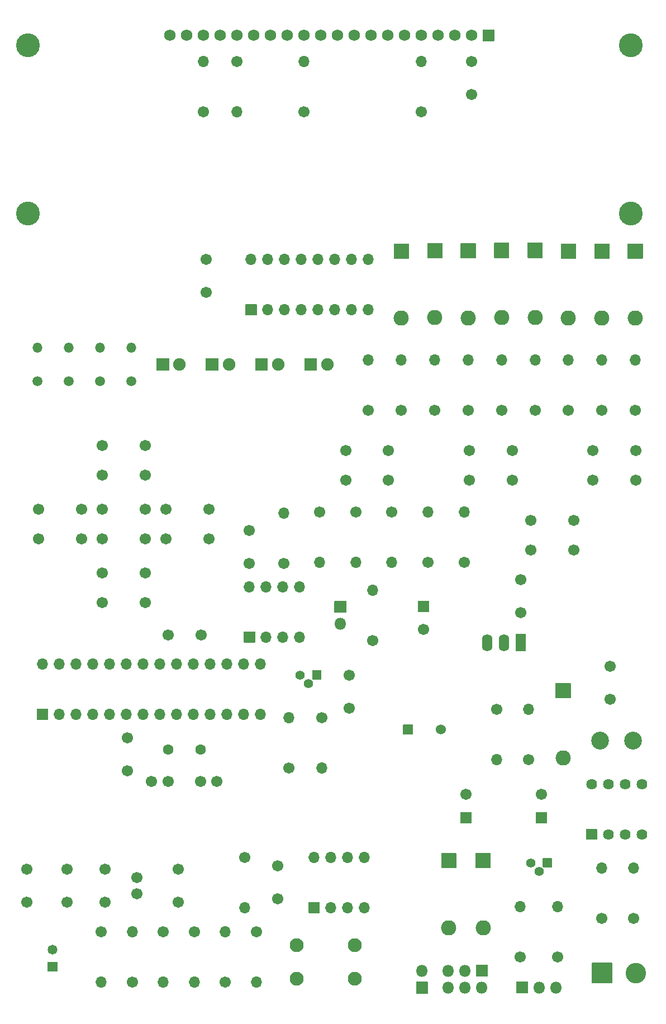
<source format=gbr>
%TF.GenerationSoftware,KiCad,Pcbnew,(5.1.9)-1*%
%TF.CreationDate,2021-03-12T00:20:13-08:00*%
%TF.ProjectId,ShotTimer,53686f74-5469-46d6-9572-2e6b69636164,rev?*%
%TF.SameCoordinates,Original*%
%TF.FileFunction,Soldermask,Bot*%
%TF.FilePolarity,Negative*%
%FSLAX46Y46*%
G04 Gerber Fmt 4.6, Leading zero omitted, Abs format (unit mm)*
G04 Created by KiCad (PCBNEW (5.1.9)-1) date 2021-03-12 00:20:13*
%MOMM*%
%LPD*%
G01*
G04 APERTURE LIST*
%ADD10O,1.701600X1.701600*%
%ADD11C,1.701600*%
%ADD12C,2.701600*%
%ADD13C,1.401600*%
%ADD14O,2.301600X2.301600*%
%ADD15O,1.601600X2.601600*%
%ADD16C,1.524000*%
%ADD17C,2.101600*%
%ADD18C,3.101600*%
%ADD19O,1.801600X1.801600*%
%ADD20C,1.901600*%
%ADD21C,1.479600*%
%ADD22O,1.501600X1.501600*%
%ADD23C,1.501600*%
%ADD24C,1.625600*%
%ADD25C,1.601600*%
%ADD26C,1.751600*%
%ADD27C,3.601600*%
G04 APERTURE END LIST*
%TO.C,U5*%
G36*
G01*
X42095320Y-136885580D02*
X40495320Y-136885580D01*
G75*
G02*
X40444520Y-136834780I0J50800D01*
G01*
X40444520Y-135234780D01*
G75*
G02*
X40495320Y-135183980I50800J0D01*
G01*
X42095320Y-135183980D01*
G75*
G02*
X42146120Y-135234780I0J-50800D01*
G01*
X42146120Y-136834780D01*
G75*
G02*
X42095320Y-136885580I-50800J0D01*
G01*
G37*
D10*
X74315320Y-128414780D03*
X43835320Y-136034780D03*
X71775320Y-128414780D03*
X46375320Y-136034780D03*
X69235320Y-128414780D03*
X48915320Y-136034780D03*
X66695320Y-128414780D03*
X51455320Y-136034780D03*
X64155320Y-128414780D03*
X53995320Y-136034780D03*
X61615320Y-128414780D03*
X56535320Y-136034780D03*
X59075320Y-128414780D03*
X59075320Y-136034780D03*
X56535320Y-128414780D03*
X61615320Y-136034780D03*
X53995320Y-128414780D03*
X64155320Y-136034780D03*
X51455320Y-128414780D03*
X66695320Y-136034780D03*
X48915320Y-128414780D03*
X69235320Y-136034780D03*
X46375320Y-128414780D03*
X71775320Y-136034780D03*
X43835320Y-128414780D03*
X74315320Y-136034780D03*
X41295320Y-128414780D03*
%TD*%
D11*
%TO.C,R15*%
X126029720Y-166883080D03*
D10*
X126029720Y-159263080D03*
%TD*%
%TO.C,R6*%
X130855720Y-159263080D03*
D11*
X130855720Y-166883080D03*
%TD*%
%TO.C,C2*%
X65361820Y-123969780D03*
X60361820Y-123969780D03*
%TD*%
%TO.C,C1*%
X127274320Y-133710680D03*
X127274320Y-128710680D03*
%TD*%
D12*
%TO.C,L1*%
X130815720Y-139959080D03*
X125815720Y-139959080D03*
%TD*%
%TO.C,Q2*%
G36*
G01*
X118485252Y-157851080D02*
X118485252Y-159151080D01*
G75*
G02*
X118434452Y-159201880I-50800J0D01*
G01*
X117134452Y-159201880D01*
G75*
G02*
X117083652Y-159151080I0J50800D01*
G01*
X117083652Y-157851080D01*
G75*
G02*
X117134452Y-157800280I50800J0D01*
G01*
X118434452Y-157800280D01*
G75*
G02*
X118485252Y-157851080I0J-50800D01*
G01*
G37*
D13*
X115244452Y-158501080D03*
X116514452Y-159771080D03*
%TD*%
D11*
%TO.C,C7*%
X116885720Y-148143080D03*
G36*
G01*
X117685720Y-152493880D02*
X116085720Y-152493880D01*
G75*
G02*
X116034920Y-152443080I0J50800D01*
G01*
X116034920Y-150843080D01*
G75*
G02*
X116085720Y-150792280I50800J0D01*
G01*
X117685720Y-150792280D01*
G75*
G02*
X117736520Y-150843080I0J-50800D01*
G01*
X117736520Y-152443080D01*
G75*
G02*
X117685720Y-152493880I-50800J0D01*
G01*
G37*
%TD*%
D14*
%TO.C,D11*%
X108058386Y-168343580D03*
G36*
G01*
X106958386Y-157032780D02*
X109158386Y-157032780D01*
G75*
G02*
X109209186Y-157083580I0J-50800D01*
G01*
X109209186Y-159283580D01*
G75*
G02*
X109158386Y-159334380I-50800J0D01*
G01*
X106958386Y-159334380D01*
G75*
G02*
X106907586Y-159283580I0J50800D01*
G01*
X106907586Y-157083580D01*
G75*
G02*
X106958386Y-157032780I50800J0D01*
G01*
G37*
%TD*%
D11*
%TO.C,R3*%
X99707800Y-112984280D03*
D10*
X99707800Y-105364280D03*
%TD*%
D11*
%TO.C,R2*%
X94239280Y-105364280D03*
D10*
X94239280Y-112984280D03*
%TD*%
%TO.C,U2*%
G36*
G01*
X114562320Y-123888180D02*
X114562320Y-126388180D01*
G75*
G02*
X114511520Y-126438980I-50800J0D01*
G01*
X113011520Y-126438980D01*
G75*
G02*
X112960720Y-126388180I0J50800D01*
G01*
X112960720Y-123888180D01*
G75*
G02*
X113011520Y-123837380I50800J0D01*
G01*
X114511520Y-123837380D01*
G75*
G02*
X114562320Y-123888180I0J-50800D01*
G01*
G37*
D15*
X111221520Y-125138180D03*
X108681520Y-125138180D03*
%TD*%
%TO.C,BZ1*%
G36*
G01*
X95930720Y-139019280D02*
X95930720Y-137596880D01*
G75*
G02*
X95981520Y-137546080I50800J0D01*
G01*
X97403920Y-137546080D01*
G75*
G02*
X97454720Y-137596880I0J-50800D01*
G01*
X97454720Y-139019280D01*
G75*
G02*
X97403920Y-139070080I-50800J0D01*
G01*
X95981520Y-139070080D01*
G75*
G02*
X95930720Y-139019280I0J50800D01*
G01*
G37*
D16*
X101692720Y-138308080D03*
%TD*%
D11*
%TO.C,C3*%
X66111120Y-72124580D03*
X66111120Y-67124580D03*
%TD*%
%TO.C,C4*%
X113774220Y-115591580D03*
X113774220Y-120591580D03*
%TD*%
%TO.C,C5*%
G36*
G01*
X106255720Y-152493880D02*
X104655720Y-152493880D01*
G75*
G02*
X104604920Y-152443080I0J50800D01*
G01*
X104604920Y-150843080D01*
G75*
G02*
X104655720Y-150792280I50800J0D01*
G01*
X106255720Y-150792280D01*
G75*
G02*
X106306520Y-150843080I0J-50800D01*
G01*
X106306520Y-152443080D01*
G75*
G02*
X106255720Y-152493880I-50800J0D01*
G01*
G37*
X105455720Y-148143080D03*
%TD*%
%TO.C,C6*%
G36*
G01*
X98229520Y-118813680D02*
X99829520Y-118813680D01*
G75*
G02*
X99880320Y-118864480I0J-50800D01*
G01*
X99880320Y-120464480D01*
G75*
G02*
X99829520Y-120515280I-50800J0D01*
G01*
X98229520Y-120515280D01*
G75*
G02*
X98178720Y-120464480I0J50800D01*
G01*
X98178720Y-118864480D01*
G75*
G02*
X98229520Y-118813680I50800J0D01*
G01*
G37*
X99029520Y-123164480D03*
%TD*%
%TO.C,C9*%
X87802720Y-130053080D03*
X87802720Y-135053080D03*
%TD*%
%TO.C,C13*%
X54173120Y-139603480D03*
X54173120Y-144603480D03*
%TD*%
%TO.C,C14*%
X76938270Y-158985580D03*
X76938270Y-163985580D03*
%TD*%
%TO.C,C15*%
X57828180Y-146197320D03*
X60328180Y-146197320D03*
%TD*%
%TO.C,C16*%
X65211320Y-146197320D03*
X67711320Y-146197320D03*
%TD*%
%TO.C,C17*%
X72638920Y-108120180D03*
X72638920Y-113120180D03*
%TD*%
%TO.C,C21*%
X106344720Y-42089080D03*
X106344720Y-37089080D03*
%TD*%
%TO.C,C22*%
X38907720Y-159470080D03*
X38907720Y-164470080D03*
%TD*%
%TO.C,C23*%
X50772052Y-159470080D03*
X50772052Y-164470080D03*
%TD*%
%TO.C,C24*%
X45014886Y-159470080D03*
X45014886Y-164470080D03*
%TD*%
%TO.C,C25*%
X55629220Y-160720080D03*
X55629220Y-163220080D03*
%TD*%
%TO.C,C26*%
X61894720Y-159470080D03*
X61894720Y-164470080D03*
%TD*%
D14*
%TO.C,D1*%
X105800434Y-75976480D03*
G36*
G01*
X104700434Y-64665680D02*
X106900434Y-64665680D01*
G75*
G02*
X106951234Y-64716480I0J-50800D01*
G01*
X106951234Y-66916480D01*
G75*
G02*
X106900434Y-66967280I-50800J0D01*
G01*
X104700434Y-66967280D01*
G75*
G02*
X104649634Y-66916480I0J50800D01*
G01*
X104649634Y-64716480D01*
G75*
G02*
X104700434Y-64665680I50800J0D01*
G01*
G37*
%TD*%
%TO.C,D2*%
G36*
G01*
X94576720Y-64716480D02*
X96776720Y-64716480D01*
G75*
G02*
X96827520Y-64767280I0J-50800D01*
G01*
X96827520Y-66967280D01*
G75*
G02*
X96776720Y-67018080I-50800J0D01*
G01*
X94576720Y-67018080D01*
G75*
G02*
X94525920Y-66967280I0J50800D01*
G01*
X94525920Y-64767280D01*
G75*
G02*
X94576720Y-64716480I50800J0D01*
G01*
G37*
X95676720Y-76027280D03*
%TD*%
%TO.C,D3*%
X110862291Y-75900280D03*
G36*
G01*
X109762291Y-64589480D02*
X111962291Y-64589480D01*
G75*
G02*
X112013091Y-64640280I0J-50800D01*
G01*
X112013091Y-66840280D01*
G75*
G02*
X111962291Y-66891080I-50800J0D01*
G01*
X109762291Y-66891080D01*
G75*
G02*
X109711491Y-66840280I0J50800D01*
G01*
X109711491Y-64640280D01*
G75*
G02*
X109762291Y-64589480I50800J0D01*
G01*
G37*
%TD*%
%TO.C,D4*%
X115924148Y-75900280D03*
G36*
G01*
X114824148Y-64589480D02*
X117024148Y-64589480D01*
G75*
G02*
X117074948Y-64640280I0J-50800D01*
G01*
X117074948Y-66840280D01*
G75*
G02*
X117024148Y-66891080I-50800J0D01*
G01*
X114824148Y-66891080D01*
G75*
G02*
X114773348Y-66840280I0J50800D01*
G01*
X114773348Y-64640280D01*
G75*
G02*
X114824148Y-64589480I50800J0D01*
G01*
G37*
%TD*%
%TO.C,D5*%
G36*
G01*
X99638577Y-64614880D02*
X101838577Y-64614880D01*
G75*
G02*
X101889377Y-64665680I0J-50800D01*
G01*
X101889377Y-66865680D01*
G75*
G02*
X101838577Y-66916480I-50800J0D01*
G01*
X99638577Y-66916480D01*
G75*
G02*
X99587777Y-66865680I0J50800D01*
G01*
X99587777Y-64665680D01*
G75*
G02*
X99638577Y-64614880I50800J0D01*
G01*
G37*
X100738577Y-75925680D03*
%TD*%
%TO.C,D6*%
G36*
G01*
X119886005Y-64716480D02*
X122086005Y-64716480D01*
G75*
G02*
X122136805Y-64767280I0J-50800D01*
G01*
X122136805Y-66967280D01*
G75*
G02*
X122086005Y-67018080I-50800J0D01*
G01*
X119886005Y-67018080D01*
G75*
G02*
X119835205Y-66967280I0J50800D01*
G01*
X119835205Y-64767280D01*
G75*
G02*
X119886005Y-64716480I50800J0D01*
G01*
G37*
X120986005Y-76027280D03*
%TD*%
%TO.C,D7*%
X126047862Y-76027280D03*
G36*
G01*
X124947862Y-64716480D02*
X127147862Y-64716480D01*
G75*
G02*
X127198662Y-64767280I0J-50800D01*
G01*
X127198662Y-66967280D01*
G75*
G02*
X127147862Y-67018080I-50800J0D01*
G01*
X124947862Y-67018080D01*
G75*
G02*
X124897062Y-66967280I0J50800D01*
G01*
X124897062Y-64767280D01*
G75*
G02*
X124947862Y-64716480I50800J0D01*
G01*
G37*
%TD*%
%TO.C,D8*%
G36*
G01*
X130009720Y-64716480D02*
X132209720Y-64716480D01*
G75*
G02*
X132260520Y-64767280I0J-50800D01*
G01*
X132260520Y-66967280D01*
G75*
G02*
X132209720Y-67018080I-50800J0D01*
G01*
X130009720Y-67018080D01*
G75*
G02*
X129958920Y-66967280I0J50800D01*
G01*
X129958920Y-64767280D01*
G75*
G02*
X130009720Y-64716480I50800J0D01*
G01*
G37*
X131109720Y-76027280D03*
%TD*%
%TO.C,D9*%
G36*
G01*
X119087720Y-131269280D02*
X121287720Y-131269280D01*
G75*
G02*
X121338520Y-131320080I0J-50800D01*
G01*
X121338520Y-133520080D01*
G75*
G02*
X121287720Y-133570880I-50800J0D01*
G01*
X119087720Y-133570880D01*
G75*
G02*
X119036920Y-133520080I0J50800D01*
G01*
X119036920Y-131320080D01*
G75*
G02*
X119087720Y-131269280I50800J0D01*
G01*
G37*
X120187720Y-142580080D03*
%TD*%
%TO.C,D10*%
G36*
G01*
X101752220Y-157032780D02*
X103952220Y-157032780D01*
G75*
G02*
X104003020Y-157083580I0J-50800D01*
G01*
X104003020Y-159283580D01*
G75*
G02*
X103952220Y-159334380I-50800J0D01*
G01*
X101752220Y-159334380D01*
G75*
G02*
X101701420Y-159283580I0J50800D01*
G01*
X101701420Y-157083580D01*
G75*
G02*
X101752220Y-157032780I50800J0D01*
G01*
G37*
X102852220Y-168343580D03*
%TD*%
D17*
%TO.C,FB1*%
X88619100Y-170957240D03*
X88619100Y-176037240D03*
%TD*%
%TO.C,FB2*%
X79822040Y-176022000D03*
X79822040Y-170942000D03*
%TD*%
%TO.C,J1*%
G36*
G01*
X124529720Y-176698680D02*
X124529720Y-173698680D01*
G75*
G02*
X124580520Y-173647880I50800J0D01*
G01*
X127580520Y-173647880D01*
G75*
G02*
X127631320Y-173698680I0J-50800D01*
G01*
X127631320Y-176698680D01*
G75*
G02*
X127580520Y-176749480I-50800J0D01*
G01*
X124580520Y-176749480D01*
G75*
G02*
X124529720Y-176698680I0J50800D01*
G01*
G37*
D18*
X131160520Y-175198680D03*
%TD*%
%TO.C,J2*%
G36*
G01*
X107008386Y-173947880D02*
X108708386Y-173947880D01*
G75*
G02*
X108759186Y-173998680I0J-50800D01*
G01*
X108759186Y-175698680D01*
G75*
G02*
X108708386Y-175749480I-50800J0D01*
G01*
X107008386Y-175749480D01*
G75*
G02*
X106957586Y-175698680I0J50800D01*
G01*
X106957586Y-173998680D01*
G75*
G02*
X107008386Y-173947880I50800J0D01*
G01*
G37*
D19*
X107858386Y-177388680D03*
X105318386Y-174848680D03*
X105318386Y-177388680D03*
X102778386Y-174848680D03*
X102778386Y-177388680D03*
%TD*%
%TO.C,J3*%
X98800920Y-174884080D03*
G36*
G01*
X99701720Y-176574080D02*
X99701720Y-178274080D01*
G75*
G02*
X99650920Y-178324880I-50800J0D01*
G01*
X97950920Y-178324880D01*
G75*
G02*
X97900120Y-178274080I0J50800D01*
G01*
X97900120Y-176574080D01*
G75*
G02*
X97950920Y-176523280I50800J0D01*
G01*
X99650920Y-176523280D01*
G75*
G02*
X99701720Y-176574080I0J-50800D01*
G01*
G37*
%TD*%
%TO.C,JP1*%
G36*
G01*
X85517620Y-120578680D02*
X85517620Y-118878680D01*
G75*
G02*
X85568420Y-118827880I50800J0D01*
G01*
X87268420Y-118827880D01*
G75*
G02*
X87319220Y-118878680I0J-50800D01*
G01*
X87319220Y-120578680D01*
G75*
G02*
X87268420Y-120629480I-50800J0D01*
G01*
X85568420Y-120629480D01*
G75*
G02*
X85517620Y-120578680I0J50800D01*
G01*
G37*
X86418420Y-122268680D03*
%TD*%
%TO.C,JP2*%
G36*
G01*
X114839452Y-178299480D02*
X113139452Y-178299480D01*
G75*
G02*
X113088652Y-178248680I0J50800D01*
G01*
X113088652Y-176548680D01*
G75*
G02*
X113139452Y-176497880I50800J0D01*
G01*
X114839452Y-176497880D01*
G75*
G02*
X114890252Y-176548680I0J-50800D01*
G01*
X114890252Y-178248680D01*
G75*
G02*
X114839452Y-178299480I-50800J0D01*
G01*
G37*
X116529452Y-177398680D03*
X119069452Y-177398680D03*
%TD*%
D20*
%TO.C,LED1*%
X62067432Y-83024980D03*
G36*
G01*
X58576632Y-83924980D02*
X58576632Y-82124980D01*
G75*
G02*
X58627432Y-82074180I50800J0D01*
G01*
X60427432Y-82074180D01*
G75*
G02*
X60478232Y-82124980I0J-50800D01*
G01*
X60478232Y-83924980D01*
G75*
G02*
X60427432Y-83975780I-50800J0D01*
G01*
X58627432Y-83975780D01*
G75*
G02*
X58576632Y-83924980I0J50800D01*
G01*
G37*
%TD*%
%TO.C,LED2*%
G36*
G01*
X66047620Y-83924980D02*
X66047620Y-82124980D01*
G75*
G02*
X66098420Y-82074180I50800J0D01*
G01*
X67898420Y-82074180D01*
G75*
G02*
X67949220Y-82124980I0J-50800D01*
G01*
X67949220Y-83924980D01*
G75*
G02*
X67898420Y-83975780I-50800J0D01*
G01*
X66098420Y-83975780D01*
G75*
G02*
X66047620Y-83924980I0J50800D01*
G01*
G37*
X69538420Y-83024980D03*
%TD*%
%TO.C,LED3*%
X77009408Y-83024980D03*
G36*
G01*
X73518608Y-83924980D02*
X73518608Y-82124980D01*
G75*
G02*
X73569408Y-82074180I50800J0D01*
G01*
X75369408Y-82074180D01*
G75*
G02*
X75420208Y-82124980I0J-50800D01*
G01*
X75420208Y-83924980D01*
G75*
G02*
X75369408Y-83975780I-50800J0D01*
G01*
X73569408Y-83975780D01*
G75*
G02*
X73518608Y-83924980I0J50800D01*
G01*
G37*
%TD*%
%TO.C,LED4*%
G36*
G01*
X80989600Y-83924980D02*
X80989600Y-82124980D01*
G75*
G02*
X81040400Y-82074180I50800J0D01*
G01*
X82840400Y-82074180D01*
G75*
G02*
X82891200Y-82124980I0J-50800D01*
G01*
X82891200Y-83924980D01*
G75*
G02*
X82840400Y-83975780I-50800J0D01*
G01*
X81040400Y-83975780D01*
G75*
G02*
X80989600Y-83924980I0J50800D01*
G01*
G37*
X84480400Y-83024980D03*
%TD*%
%TO.C,MK1*%
G36*
G01*
X42072920Y-174925380D02*
X42072920Y-173547380D01*
G75*
G02*
X42123720Y-173496580I50800J0D01*
G01*
X43501720Y-173496580D01*
G75*
G02*
X43552520Y-173547380I0J-50800D01*
G01*
X43552520Y-174925380D01*
G75*
G02*
X43501720Y-174976180I-50800J0D01*
G01*
X42123720Y-174976180D01*
G75*
G02*
X42072920Y-174925380I0J50800D01*
G01*
G37*
D21*
X42812720Y-171696380D03*
%TD*%
D13*
%TO.C,Q1*%
X81579720Y-131323080D03*
X80309720Y-130053080D03*
G36*
G01*
X83550520Y-129403080D02*
X83550520Y-130703080D01*
G75*
G02*
X83499720Y-130753880I-50800J0D01*
G01*
X82199720Y-130753880D01*
G75*
G02*
X82148920Y-130703080I0J50800D01*
G01*
X82148920Y-129403080D01*
G75*
G02*
X82199720Y-129352280I50800J0D01*
G01*
X83499720Y-129352280D01*
G75*
G02*
X83550520Y-129403080I0J-50800D01*
G01*
G37*
%TD*%
D10*
%TO.C,R1*%
X91333320Y-117193680D03*
D11*
X91333320Y-124813680D03*
%TD*%
D10*
%TO.C,R4*%
X110154720Y-142880080D03*
D11*
X110154720Y-135260080D03*
%TD*%
%TO.C,R5*%
X114980720Y-142880080D03*
D10*
X114980720Y-135260080D03*
%TD*%
%TO.C,R7*%
X105800434Y-82377280D03*
D11*
X105800434Y-89997280D03*
%TD*%
%TO.C,R8*%
X95676720Y-89997280D03*
D10*
X95676720Y-82377280D03*
%TD*%
%TO.C,R9*%
X110862291Y-82377280D03*
D11*
X110862291Y-89997280D03*
%TD*%
%TO.C,R10*%
X115924148Y-89997280D03*
D10*
X115924148Y-82377280D03*
%TD*%
D11*
%TO.C,R11*%
X100738577Y-89997280D03*
D10*
X100738577Y-82377280D03*
%TD*%
D11*
%TO.C,R12*%
X120986005Y-89997280D03*
D10*
X120986005Y-82377280D03*
%TD*%
%TO.C,R13*%
X126047862Y-82377280D03*
D11*
X126047862Y-89997280D03*
%TD*%
%TO.C,R14*%
X131109720Y-89997280D03*
D10*
X131109720Y-82377280D03*
%TD*%
%TO.C,R16*%
X83611720Y-144150080D03*
D11*
X83611720Y-136530080D03*
%TD*%
%TO.C,R17*%
X78658720Y-144150080D03*
D10*
X78658720Y-136530080D03*
%TD*%
%TO.C,R18*%
X105176320Y-105364280D03*
D11*
X105176320Y-112984280D03*
%TD*%
D10*
%TO.C,R19*%
X119339452Y-165105080D03*
D11*
X119339452Y-172725080D03*
%TD*%
%TO.C,R20*%
X113689452Y-172725080D03*
D10*
X113689452Y-165105080D03*
%TD*%
D22*
%TO.C,R21*%
X40543480Y-80484980D03*
D23*
X40543480Y-85564980D03*
%TD*%
%TO.C,R22*%
X45264493Y-85564980D03*
D22*
X45264493Y-80484980D03*
%TD*%
D23*
%TO.C,R23*%
X54706520Y-85564980D03*
D22*
X54706520Y-80484980D03*
%TD*%
%TO.C,R24*%
X49985506Y-80484980D03*
D23*
X49985506Y-85564980D03*
%TD*%
D11*
%TO.C,R25*%
X88770760Y-105364280D03*
D10*
X88770760Y-112984280D03*
%TD*%
%TO.C,R26*%
X83302240Y-112984280D03*
D11*
X83302240Y-105364280D03*
%TD*%
%TO.C,R27*%
X77833720Y-113136680D03*
D10*
X77833720Y-105516680D03*
%TD*%
D11*
%TO.C,R28*%
X71897240Y-157675580D03*
D10*
X71897240Y-165295580D03*
%TD*%
%TO.C,R29*%
X50210720Y-176540160D03*
D11*
X50210720Y-168920160D03*
%TD*%
D10*
%TO.C,R30*%
X54909720Y-168920160D03*
D11*
X54909720Y-176540160D03*
%TD*%
%TO.C,R31*%
X70784720Y-37089080D03*
D10*
X70784720Y-44709080D03*
%TD*%
%TO.C,R32*%
X65704720Y-37089080D03*
D11*
X65704720Y-44709080D03*
%TD*%
%TO.C,R33*%
X69006720Y-176540160D03*
D10*
X69006720Y-168920160D03*
%TD*%
D11*
%TO.C,R34*%
X73705720Y-168920160D03*
D10*
X73705720Y-176540160D03*
%TD*%
D11*
%TO.C,R35*%
X98724720Y-44709080D03*
D10*
X98724720Y-37089080D03*
%TD*%
%TO.C,R36*%
X80944720Y-37089080D03*
D11*
X80944720Y-44709080D03*
%TD*%
%TO.C,R37*%
X59608720Y-168920160D03*
D10*
X59608720Y-176540160D03*
%TD*%
D11*
%TO.C,R38*%
X64307720Y-168920160D03*
D10*
X64307720Y-176540160D03*
%TD*%
%TO.C,U4*%
G36*
G01*
X125267720Y-154995880D02*
X123743720Y-154995880D01*
G75*
G02*
X123692920Y-154945080I0J50800D01*
G01*
X123692920Y-153421080D01*
G75*
G02*
X123743720Y-153370280I50800J0D01*
G01*
X125267720Y-153370280D01*
G75*
G02*
X125318520Y-153421080I0J-50800D01*
G01*
X125318520Y-154945080D01*
G75*
G02*
X125267720Y-154995880I-50800J0D01*
G01*
G37*
D24*
X127045720Y-154183080D03*
X129585720Y-154183080D03*
X132125720Y-154183080D03*
X132125720Y-146563080D03*
X129585720Y-146563080D03*
X127045720Y-146563080D03*
X124505720Y-146563080D03*
%TD*%
%TO.C,U6*%
G36*
G01*
X83256020Y-166136380D02*
X81656020Y-166136380D01*
G75*
G02*
X81605220Y-166085580I0J50800D01*
G01*
X81605220Y-164485580D01*
G75*
G02*
X81656020Y-164434780I50800J0D01*
G01*
X83256020Y-164434780D01*
G75*
G02*
X83306820Y-164485580I0J-50800D01*
G01*
X83306820Y-166085580D01*
G75*
G02*
X83256020Y-166136380I-50800J0D01*
G01*
G37*
D10*
X90076020Y-157665580D03*
X84996020Y-165285580D03*
X87536020Y-157665580D03*
X87536020Y-165285580D03*
X84996020Y-157665580D03*
X90076020Y-165285580D03*
X82456020Y-157665580D03*
%TD*%
%TO.C,U7*%
G36*
G01*
X73451620Y-125163480D02*
X71851620Y-125163480D01*
G75*
G02*
X71800820Y-125112680I0J50800D01*
G01*
X71800820Y-123512680D01*
G75*
G02*
X71851620Y-123461880I50800J0D01*
G01*
X73451620Y-123461880D01*
G75*
G02*
X73502420Y-123512680I0J-50800D01*
G01*
X73502420Y-125112680D01*
G75*
G02*
X73451620Y-125163480I-50800J0D01*
G01*
G37*
X80271620Y-116692680D03*
X75191620Y-124312680D03*
X77731620Y-116692680D03*
X77731620Y-124312680D03*
X75191620Y-116692680D03*
X80271620Y-124312680D03*
X72651620Y-116692680D03*
%TD*%
D25*
%TO.C,Y1*%
X60332620Y-141368780D03*
X65212620Y-141368780D03*
%TD*%
D11*
%TO.C,R39*%
X90609420Y-89997280D03*
D10*
X90609420Y-82377280D03*
%TD*%
%TO.C,U1*%
G36*
G01*
X73705620Y-75598080D02*
X72105620Y-75598080D01*
G75*
G02*
X72054820Y-75547280I0J50800D01*
G01*
X72054820Y-73947280D01*
G75*
G02*
X72105620Y-73896480I50800J0D01*
G01*
X73705620Y-73896480D01*
G75*
G02*
X73756420Y-73947280I0J-50800D01*
G01*
X73756420Y-75547280D01*
G75*
G02*
X73705620Y-75598080I-50800J0D01*
G01*
G37*
X90685620Y-67127280D03*
X75445620Y-74747280D03*
X88145620Y-67127280D03*
X77985620Y-74747280D03*
X85605620Y-67127280D03*
X80525620Y-74747280D03*
X83065620Y-67127280D03*
X83065620Y-74747280D03*
X80525620Y-67127280D03*
X85605620Y-74747280D03*
X77985620Y-67127280D03*
X88145620Y-74747280D03*
X75445620Y-67127280D03*
X90685620Y-74747280D03*
X72905620Y-67127280D03*
%TD*%
D11*
%TO.C,SW1*%
X50344000Y-104943080D03*
X50344000Y-109443080D03*
X56844000Y-104943080D03*
X56844000Y-109443080D03*
%TD*%
%TO.C,SW2*%
X50344000Y-95291080D03*
X50344000Y-99791080D03*
X56844000Y-95291080D03*
X56844000Y-99791080D03*
%TD*%
%TO.C,SW3*%
X66496000Y-109443080D03*
X66496000Y-104943080D03*
X59996000Y-109443080D03*
X59996000Y-104943080D03*
%TD*%
%TO.C,SW4*%
X50344000Y-114595080D03*
X50344000Y-119095080D03*
X56844000Y-114595080D03*
X56844000Y-119095080D03*
%TD*%
%TO.C,SW5*%
X40692000Y-104943080D03*
X40692000Y-109443080D03*
X47192000Y-104943080D03*
X47192000Y-109443080D03*
%TD*%
%TO.C,SW6*%
X93719720Y-100553080D03*
X93719720Y-96053080D03*
X87219720Y-100553080D03*
X87219720Y-96053080D03*
%TD*%
%TO.C,SW7*%
X112452220Y-100553080D03*
X112452220Y-96053080D03*
X105952220Y-100553080D03*
X105952220Y-96053080D03*
%TD*%
%TO.C,SW8*%
X131184720Y-100553080D03*
X131184720Y-96053080D03*
X124684720Y-100553080D03*
X124684720Y-96053080D03*
%TD*%
%TO.C,SW9*%
X121824820Y-111106780D03*
X121824820Y-106606780D03*
X115324820Y-111106780D03*
X115324820Y-106606780D03*
%TD*%
%TO.C,DS1*%
G36*
G01*
X108009174Y-34001880D02*
X108009174Y-32351880D01*
G75*
G02*
X108059974Y-32301080I50800J0D01*
G01*
X109709974Y-32301080D01*
G75*
G02*
X109760774Y-32351880I0J-50800D01*
G01*
X109760774Y-34001880D01*
G75*
G02*
X109709974Y-34052680I-50800J0D01*
G01*
X108059974Y-34052680D01*
G75*
G02*
X108009174Y-34001880I0J50800D01*
G01*
G37*
D26*
X106344974Y-33176880D03*
X103804974Y-33176880D03*
X101264974Y-33176880D03*
X98724974Y-33176880D03*
X96184974Y-33176880D03*
X93644974Y-33176880D03*
X91104974Y-33176880D03*
X88564974Y-33176880D03*
X86024974Y-33176880D03*
X83484974Y-33176880D03*
X80944974Y-33176880D03*
X78404974Y-33176880D03*
X75864974Y-33176880D03*
X73324974Y-33176880D03*
X70784974Y-33176880D03*
X68244974Y-33176880D03*
X65704974Y-33176880D03*
X63164974Y-33176880D03*
X60624974Y-33176880D03*
D27*
X39054974Y-34676880D03*
X39054974Y-60176880D03*
X130454974Y-34676880D03*
X130454974Y-60176880D03*
%TD*%
M02*

</source>
